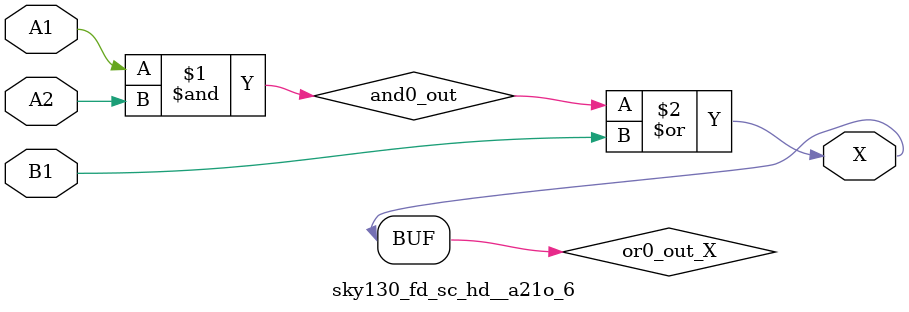
<source format=v>
module sky130_fd_sc_hd__a21o_6 (
    X ,
    A1,
    A2,
    B1
);
    output X ;
    input  A1;
    input  A2;
    input  B1;
    wire and0_out ;
    wire or0_out_X;
    and and0 (and0_out , A1, A2         );
    or  or0  (or0_out_X, and0_out, B1   );
    buf buf0 (X        , or0_out_X      );
endmodule
</source>
